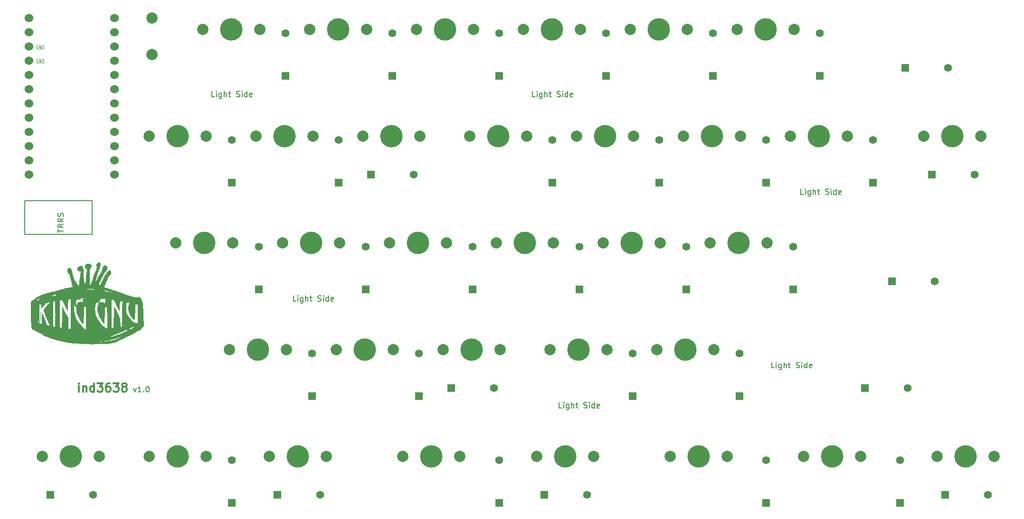
<source format=gto>
G04 #@! TF.GenerationSoftware,KiCad,Pcbnew,7.0.7*
G04 #@! TF.CreationDate,2023-09-30T18:17:31+09:00*
G04 #@! TF.ProjectId,ind-assemble_R,696e642d-6173-4736-956d-626c655f522e,rev?*
G04 #@! TF.SameCoordinates,Original*
G04 #@! TF.FileFunction,Legend,Top*
G04 #@! TF.FilePolarity,Positive*
%FSLAX46Y46*%
G04 Gerber Fmt 4.6, Leading zero omitted, Abs format (unit mm)*
G04 Created by KiCad (PCBNEW 7.0.7) date 2023-09-30 18:17:31*
%MOMM*%
%LPD*%
G01*
G04 APERTURE LIST*
%ADD10C,0.300000*%
%ADD11C,0.170000*%
%ADD12C,0.150000*%
%ADD13C,0.125000*%
%ADD14R,1.397000X1.397000*%
%ADD15C,1.397000*%
%ADD16C,2.000000*%
%ADD17C,4.000000*%
%ADD18C,1.524000*%
G04 APERTURE END LIST*
D10*
X44179510Y-105425828D02*
X44179510Y-104425828D01*
X44179510Y-103925828D02*
X44108082Y-103997257D01*
X44108082Y-103997257D02*
X44179510Y-104068685D01*
X44179510Y-104068685D02*
X44250939Y-103997257D01*
X44250939Y-103997257D02*
X44179510Y-103925828D01*
X44179510Y-103925828D02*
X44179510Y-104068685D01*
X44893796Y-104425828D02*
X44893796Y-105425828D01*
X44893796Y-104568685D02*
X44965225Y-104497257D01*
X44965225Y-104497257D02*
X45108082Y-104425828D01*
X45108082Y-104425828D02*
X45322368Y-104425828D01*
X45322368Y-104425828D02*
X45465225Y-104497257D01*
X45465225Y-104497257D02*
X45536654Y-104640114D01*
X45536654Y-104640114D02*
X45536654Y-105425828D01*
X46893797Y-105425828D02*
X46893797Y-103925828D01*
X46893797Y-105354400D02*
X46750939Y-105425828D01*
X46750939Y-105425828D02*
X46465225Y-105425828D01*
X46465225Y-105425828D02*
X46322368Y-105354400D01*
X46322368Y-105354400D02*
X46250939Y-105282971D01*
X46250939Y-105282971D02*
X46179511Y-105140114D01*
X46179511Y-105140114D02*
X46179511Y-104711542D01*
X46179511Y-104711542D02*
X46250939Y-104568685D01*
X46250939Y-104568685D02*
X46322368Y-104497257D01*
X46322368Y-104497257D02*
X46465225Y-104425828D01*
X46465225Y-104425828D02*
X46750939Y-104425828D01*
X46750939Y-104425828D02*
X46893797Y-104497257D01*
X47465225Y-103925828D02*
X48393797Y-103925828D01*
X48393797Y-103925828D02*
X47893797Y-104497257D01*
X47893797Y-104497257D02*
X48108082Y-104497257D01*
X48108082Y-104497257D02*
X48250940Y-104568685D01*
X48250940Y-104568685D02*
X48322368Y-104640114D01*
X48322368Y-104640114D02*
X48393797Y-104782971D01*
X48393797Y-104782971D02*
X48393797Y-105140114D01*
X48393797Y-105140114D02*
X48322368Y-105282971D01*
X48322368Y-105282971D02*
X48250940Y-105354400D01*
X48250940Y-105354400D02*
X48108082Y-105425828D01*
X48108082Y-105425828D02*
X47679511Y-105425828D01*
X47679511Y-105425828D02*
X47536654Y-105354400D01*
X47536654Y-105354400D02*
X47465225Y-105282971D01*
X49679511Y-103925828D02*
X49393796Y-103925828D01*
X49393796Y-103925828D02*
X49250939Y-103997257D01*
X49250939Y-103997257D02*
X49179511Y-104068685D01*
X49179511Y-104068685D02*
X49036653Y-104282971D01*
X49036653Y-104282971D02*
X48965225Y-104568685D01*
X48965225Y-104568685D02*
X48965225Y-105140114D01*
X48965225Y-105140114D02*
X49036653Y-105282971D01*
X49036653Y-105282971D02*
X49108082Y-105354400D01*
X49108082Y-105354400D02*
X49250939Y-105425828D01*
X49250939Y-105425828D02*
X49536653Y-105425828D01*
X49536653Y-105425828D02*
X49679511Y-105354400D01*
X49679511Y-105354400D02*
X49750939Y-105282971D01*
X49750939Y-105282971D02*
X49822368Y-105140114D01*
X49822368Y-105140114D02*
X49822368Y-104782971D01*
X49822368Y-104782971D02*
X49750939Y-104640114D01*
X49750939Y-104640114D02*
X49679511Y-104568685D01*
X49679511Y-104568685D02*
X49536653Y-104497257D01*
X49536653Y-104497257D02*
X49250939Y-104497257D01*
X49250939Y-104497257D02*
X49108082Y-104568685D01*
X49108082Y-104568685D02*
X49036653Y-104640114D01*
X49036653Y-104640114D02*
X48965225Y-104782971D01*
X50322367Y-103925828D02*
X51250939Y-103925828D01*
X51250939Y-103925828D02*
X50750939Y-104497257D01*
X50750939Y-104497257D02*
X50965224Y-104497257D01*
X50965224Y-104497257D02*
X51108082Y-104568685D01*
X51108082Y-104568685D02*
X51179510Y-104640114D01*
X51179510Y-104640114D02*
X51250939Y-104782971D01*
X51250939Y-104782971D02*
X51250939Y-105140114D01*
X51250939Y-105140114D02*
X51179510Y-105282971D01*
X51179510Y-105282971D02*
X51108082Y-105354400D01*
X51108082Y-105354400D02*
X50965224Y-105425828D01*
X50965224Y-105425828D02*
X50536653Y-105425828D01*
X50536653Y-105425828D02*
X50393796Y-105354400D01*
X50393796Y-105354400D02*
X50322367Y-105282971D01*
X52108081Y-104568685D02*
X51965224Y-104497257D01*
X51965224Y-104497257D02*
X51893795Y-104425828D01*
X51893795Y-104425828D02*
X51822367Y-104282971D01*
X51822367Y-104282971D02*
X51822367Y-104211542D01*
X51822367Y-104211542D02*
X51893795Y-104068685D01*
X51893795Y-104068685D02*
X51965224Y-103997257D01*
X51965224Y-103997257D02*
X52108081Y-103925828D01*
X52108081Y-103925828D02*
X52393795Y-103925828D01*
X52393795Y-103925828D02*
X52536653Y-103997257D01*
X52536653Y-103997257D02*
X52608081Y-104068685D01*
X52608081Y-104068685D02*
X52679510Y-104211542D01*
X52679510Y-104211542D02*
X52679510Y-104282971D01*
X52679510Y-104282971D02*
X52608081Y-104425828D01*
X52608081Y-104425828D02*
X52536653Y-104497257D01*
X52536653Y-104497257D02*
X52393795Y-104568685D01*
X52393795Y-104568685D02*
X52108081Y-104568685D01*
X52108081Y-104568685D02*
X51965224Y-104640114D01*
X51965224Y-104640114D02*
X51893795Y-104711542D01*
X51893795Y-104711542D02*
X51822367Y-104854400D01*
X51822367Y-104854400D02*
X51822367Y-105140114D01*
X51822367Y-105140114D02*
X51893795Y-105282971D01*
X51893795Y-105282971D02*
X51965224Y-105354400D01*
X51965224Y-105354400D02*
X52108081Y-105425828D01*
X52108081Y-105425828D02*
X52393795Y-105425828D01*
X52393795Y-105425828D02*
X52536653Y-105354400D01*
X52536653Y-105354400D02*
X52608081Y-105282971D01*
X52608081Y-105282971D02*
X52679510Y-105140114D01*
X52679510Y-105140114D02*
X52679510Y-104854400D01*
X52679510Y-104854400D02*
X52608081Y-104711542D01*
X52608081Y-104711542D02*
X52536653Y-104640114D01*
X52536653Y-104640114D02*
X52393795Y-104568685D01*
D11*
X53879699Y-104827112D02*
X54117794Y-105493779D01*
X54117794Y-105493779D02*
X54355889Y-104827112D01*
X55260651Y-105493779D02*
X54689223Y-105493779D01*
X54974937Y-105493779D02*
X54974937Y-104493779D01*
X54974937Y-104493779D02*
X54879699Y-104636636D01*
X54879699Y-104636636D02*
X54784461Y-104731874D01*
X54784461Y-104731874D02*
X54689223Y-104779493D01*
X55689223Y-105398540D02*
X55736842Y-105446160D01*
X55736842Y-105446160D02*
X55689223Y-105493779D01*
X55689223Y-105493779D02*
X55641604Y-105446160D01*
X55641604Y-105446160D02*
X55689223Y-105398540D01*
X55689223Y-105398540D02*
X55689223Y-105493779D01*
X56355889Y-104493779D02*
X56451127Y-104493779D01*
X56451127Y-104493779D02*
X56546365Y-104541398D01*
X56546365Y-104541398D02*
X56593984Y-104589017D01*
X56593984Y-104589017D02*
X56641603Y-104684255D01*
X56641603Y-104684255D02*
X56689222Y-104874731D01*
X56689222Y-104874731D02*
X56689222Y-105112826D01*
X56689222Y-105112826D02*
X56641603Y-105303302D01*
X56641603Y-105303302D02*
X56593984Y-105398540D01*
X56593984Y-105398540D02*
X56546365Y-105446160D01*
X56546365Y-105446160D02*
X56451127Y-105493779D01*
X56451127Y-105493779D02*
X56355889Y-105493779D01*
X56355889Y-105493779D02*
X56260651Y-105446160D01*
X56260651Y-105446160D02*
X56213032Y-105398540D01*
X56213032Y-105398540D02*
X56165413Y-105303302D01*
X56165413Y-105303302D02*
X56117794Y-105112826D01*
X56117794Y-105112826D02*
X56117794Y-104874731D01*
X56117794Y-104874731D02*
X56165413Y-104684255D01*
X56165413Y-104684255D02*
X56213032Y-104589017D01*
X56213032Y-104589017D02*
X56260651Y-104541398D01*
X56260651Y-104541398D02*
X56355889Y-104493779D01*
D12*
X173336011Y-70229819D02*
X172859821Y-70229819D01*
X172859821Y-70229819D02*
X172859821Y-69229819D01*
X173669345Y-70229819D02*
X173669345Y-69563152D01*
X173669345Y-69229819D02*
X173621726Y-69277438D01*
X173621726Y-69277438D02*
X173669345Y-69325057D01*
X173669345Y-69325057D02*
X173716964Y-69277438D01*
X173716964Y-69277438D02*
X173669345Y-69229819D01*
X173669345Y-69229819D02*
X173669345Y-69325057D01*
X174574106Y-69563152D02*
X174574106Y-70372676D01*
X174574106Y-70372676D02*
X174526487Y-70467914D01*
X174526487Y-70467914D02*
X174478868Y-70515533D01*
X174478868Y-70515533D02*
X174383630Y-70563152D01*
X174383630Y-70563152D02*
X174240773Y-70563152D01*
X174240773Y-70563152D02*
X174145535Y-70515533D01*
X174574106Y-70182200D02*
X174478868Y-70229819D01*
X174478868Y-70229819D02*
X174288392Y-70229819D01*
X174288392Y-70229819D02*
X174193154Y-70182200D01*
X174193154Y-70182200D02*
X174145535Y-70134580D01*
X174145535Y-70134580D02*
X174097916Y-70039342D01*
X174097916Y-70039342D02*
X174097916Y-69753628D01*
X174097916Y-69753628D02*
X174145535Y-69658390D01*
X174145535Y-69658390D02*
X174193154Y-69610771D01*
X174193154Y-69610771D02*
X174288392Y-69563152D01*
X174288392Y-69563152D02*
X174478868Y-69563152D01*
X174478868Y-69563152D02*
X174574106Y-69610771D01*
X175050297Y-70229819D02*
X175050297Y-69229819D01*
X175478868Y-70229819D02*
X175478868Y-69706009D01*
X175478868Y-69706009D02*
X175431249Y-69610771D01*
X175431249Y-69610771D02*
X175336011Y-69563152D01*
X175336011Y-69563152D02*
X175193154Y-69563152D01*
X175193154Y-69563152D02*
X175097916Y-69610771D01*
X175097916Y-69610771D02*
X175050297Y-69658390D01*
X175812202Y-69563152D02*
X176193154Y-69563152D01*
X175955059Y-69229819D02*
X175955059Y-70086961D01*
X175955059Y-70086961D02*
X176002678Y-70182200D01*
X176002678Y-70182200D02*
X176097916Y-70229819D01*
X176097916Y-70229819D02*
X176193154Y-70229819D01*
X177240774Y-70182200D02*
X177383631Y-70229819D01*
X177383631Y-70229819D02*
X177621726Y-70229819D01*
X177621726Y-70229819D02*
X177716964Y-70182200D01*
X177716964Y-70182200D02*
X177764583Y-70134580D01*
X177764583Y-70134580D02*
X177812202Y-70039342D01*
X177812202Y-70039342D02*
X177812202Y-69944104D01*
X177812202Y-69944104D02*
X177764583Y-69848866D01*
X177764583Y-69848866D02*
X177716964Y-69801247D01*
X177716964Y-69801247D02*
X177621726Y-69753628D01*
X177621726Y-69753628D02*
X177431250Y-69706009D01*
X177431250Y-69706009D02*
X177336012Y-69658390D01*
X177336012Y-69658390D02*
X177288393Y-69610771D01*
X177288393Y-69610771D02*
X177240774Y-69515533D01*
X177240774Y-69515533D02*
X177240774Y-69420295D01*
X177240774Y-69420295D02*
X177288393Y-69325057D01*
X177288393Y-69325057D02*
X177336012Y-69277438D01*
X177336012Y-69277438D02*
X177431250Y-69229819D01*
X177431250Y-69229819D02*
X177669345Y-69229819D01*
X177669345Y-69229819D02*
X177812202Y-69277438D01*
X178240774Y-70229819D02*
X178240774Y-69563152D01*
X178240774Y-69229819D02*
X178193155Y-69277438D01*
X178193155Y-69277438D02*
X178240774Y-69325057D01*
X178240774Y-69325057D02*
X178288393Y-69277438D01*
X178288393Y-69277438D02*
X178240774Y-69229819D01*
X178240774Y-69229819D02*
X178240774Y-69325057D01*
X179145535Y-70229819D02*
X179145535Y-69229819D01*
X179145535Y-70182200D02*
X179050297Y-70229819D01*
X179050297Y-70229819D02*
X178859821Y-70229819D01*
X178859821Y-70229819D02*
X178764583Y-70182200D01*
X178764583Y-70182200D02*
X178716964Y-70134580D01*
X178716964Y-70134580D02*
X178669345Y-70039342D01*
X178669345Y-70039342D02*
X178669345Y-69753628D01*
X178669345Y-69753628D02*
X178716964Y-69658390D01*
X178716964Y-69658390D02*
X178764583Y-69610771D01*
X178764583Y-69610771D02*
X178859821Y-69563152D01*
X178859821Y-69563152D02*
X179050297Y-69563152D01*
X179050297Y-69563152D02*
X179145535Y-69610771D01*
X180002678Y-70182200D02*
X179907440Y-70229819D01*
X179907440Y-70229819D02*
X179716964Y-70229819D01*
X179716964Y-70229819D02*
X179621726Y-70182200D01*
X179621726Y-70182200D02*
X179574107Y-70086961D01*
X179574107Y-70086961D02*
X179574107Y-69706009D01*
X179574107Y-69706009D02*
X179621726Y-69610771D01*
X179621726Y-69610771D02*
X179716964Y-69563152D01*
X179716964Y-69563152D02*
X179907440Y-69563152D01*
X179907440Y-69563152D02*
X180002678Y-69610771D01*
X180002678Y-69610771D02*
X180050297Y-69706009D01*
X180050297Y-69706009D02*
X180050297Y-69801247D01*
X180050297Y-69801247D02*
X179574107Y-69896485D01*
D13*
X36864047Y-43599178D02*
X36816428Y-43563464D01*
X36816428Y-43563464D02*
X36744999Y-43563464D01*
X36744999Y-43563464D02*
X36673571Y-43599178D01*
X36673571Y-43599178D02*
X36625952Y-43670607D01*
X36625952Y-43670607D02*
X36602142Y-43742035D01*
X36602142Y-43742035D02*
X36578333Y-43884892D01*
X36578333Y-43884892D02*
X36578333Y-43992035D01*
X36578333Y-43992035D02*
X36602142Y-44134892D01*
X36602142Y-44134892D02*
X36625952Y-44206321D01*
X36625952Y-44206321D02*
X36673571Y-44277750D01*
X36673571Y-44277750D02*
X36744999Y-44313464D01*
X36744999Y-44313464D02*
X36792618Y-44313464D01*
X36792618Y-44313464D02*
X36864047Y-44277750D01*
X36864047Y-44277750D02*
X36887856Y-44242035D01*
X36887856Y-44242035D02*
X36887856Y-43992035D01*
X36887856Y-43992035D02*
X36792618Y-43992035D01*
X37102142Y-44313464D02*
X37102142Y-43563464D01*
X37102142Y-43563464D02*
X37387856Y-44313464D01*
X37387856Y-44313464D02*
X37387856Y-43563464D01*
X37625952Y-44313464D02*
X37625952Y-43563464D01*
X37625952Y-43563464D02*
X37745000Y-43563464D01*
X37745000Y-43563464D02*
X37816428Y-43599178D01*
X37816428Y-43599178D02*
X37864047Y-43670607D01*
X37864047Y-43670607D02*
X37887857Y-43742035D01*
X37887857Y-43742035D02*
X37911666Y-43884892D01*
X37911666Y-43884892D02*
X37911666Y-43992035D01*
X37911666Y-43992035D02*
X37887857Y-44134892D01*
X37887857Y-44134892D02*
X37864047Y-44206321D01*
X37864047Y-44206321D02*
X37816428Y-44277750D01*
X37816428Y-44277750D02*
X37745000Y-44313464D01*
X37745000Y-44313464D02*
X37625952Y-44313464D01*
X36864047Y-46074678D02*
X36816428Y-46038964D01*
X36816428Y-46038964D02*
X36744999Y-46038964D01*
X36744999Y-46038964D02*
X36673571Y-46074678D01*
X36673571Y-46074678D02*
X36625952Y-46146107D01*
X36625952Y-46146107D02*
X36602142Y-46217535D01*
X36602142Y-46217535D02*
X36578333Y-46360392D01*
X36578333Y-46360392D02*
X36578333Y-46467535D01*
X36578333Y-46467535D02*
X36602142Y-46610392D01*
X36602142Y-46610392D02*
X36625952Y-46681821D01*
X36625952Y-46681821D02*
X36673571Y-46753250D01*
X36673571Y-46753250D02*
X36744999Y-46788964D01*
X36744999Y-46788964D02*
X36792618Y-46788964D01*
X36792618Y-46788964D02*
X36864047Y-46753250D01*
X36864047Y-46753250D02*
X36887856Y-46717535D01*
X36887856Y-46717535D02*
X36887856Y-46467535D01*
X36887856Y-46467535D02*
X36792618Y-46467535D01*
X37102142Y-46788964D02*
X37102142Y-46038964D01*
X37102142Y-46038964D02*
X37387856Y-46788964D01*
X37387856Y-46788964D02*
X37387856Y-46038964D01*
X37625952Y-46788964D02*
X37625952Y-46038964D01*
X37625952Y-46038964D02*
X37745000Y-46038964D01*
X37745000Y-46038964D02*
X37816428Y-46074678D01*
X37816428Y-46074678D02*
X37864047Y-46146107D01*
X37864047Y-46146107D02*
X37887857Y-46217535D01*
X37887857Y-46217535D02*
X37911666Y-46360392D01*
X37911666Y-46360392D02*
X37911666Y-46467535D01*
X37911666Y-46467535D02*
X37887857Y-46610392D01*
X37887857Y-46610392D02*
X37864047Y-46681821D01*
X37864047Y-46681821D02*
X37816428Y-46753250D01*
X37816428Y-46753250D02*
X37745000Y-46788964D01*
X37745000Y-46788964D02*
X37625952Y-46788964D01*
D12*
X130254761Y-108329819D02*
X129778571Y-108329819D01*
X129778571Y-108329819D02*
X129778571Y-107329819D01*
X130588095Y-108329819D02*
X130588095Y-107663152D01*
X130588095Y-107329819D02*
X130540476Y-107377438D01*
X130540476Y-107377438D02*
X130588095Y-107425057D01*
X130588095Y-107425057D02*
X130635714Y-107377438D01*
X130635714Y-107377438D02*
X130588095Y-107329819D01*
X130588095Y-107329819D02*
X130588095Y-107425057D01*
X131492856Y-107663152D02*
X131492856Y-108472676D01*
X131492856Y-108472676D02*
X131445237Y-108567914D01*
X131445237Y-108567914D02*
X131397618Y-108615533D01*
X131397618Y-108615533D02*
X131302380Y-108663152D01*
X131302380Y-108663152D02*
X131159523Y-108663152D01*
X131159523Y-108663152D02*
X131064285Y-108615533D01*
X131492856Y-108282200D02*
X131397618Y-108329819D01*
X131397618Y-108329819D02*
X131207142Y-108329819D01*
X131207142Y-108329819D02*
X131111904Y-108282200D01*
X131111904Y-108282200D02*
X131064285Y-108234580D01*
X131064285Y-108234580D02*
X131016666Y-108139342D01*
X131016666Y-108139342D02*
X131016666Y-107853628D01*
X131016666Y-107853628D02*
X131064285Y-107758390D01*
X131064285Y-107758390D02*
X131111904Y-107710771D01*
X131111904Y-107710771D02*
X131207142Y-107663152D01*
X131207142Y-107663152D02*
X131397618Y-107663152D01*
X131397618Y-107663152D02*
X131492856Y-107710771D01*
X131969047Y-108329819D02*
X131969047Y-107329819D01*
X132397618Y-108329819D02*
X132397618Y-107806009D01*
X132397618Y-107806009D02*
X132349999Y-107710771D01*
X132349999Y-107710771D02*
X132254761Y-107663152D01*
X132254761Y-107663152D02*
X132111904Y-107663152D01*
X132111904Y-107663152D02*
X132016666Y-107710771D01*
X132016666Y-107710771D02*
X131969047Y-107758390D01*
X132730952Y-107663152D02*
X133111904Y-107663152D01*
X132873809Y-107329819D02*
X132873809Y-108186961D01*
X132873809Y-108186961D02*
X132921428Y-108282200D01*
X132921428Y-108282200D02*
X133016666Y-108329819D01*
X133016666Y-108329819D02*
X133111904Y-108329819D01*
X134159524Y-108282200D02*
X134302381Y-108329819D01*
X134302381Y-108329819D02*
X134540476Y-108329819D01*
X134540476Y-108329819D02*
X134635714Y-108282200D01*
X134635714Y-108282200D02*
X134683333Y-108234580D01*
X134683333Y-108234580D02*
X134730952Y-108139342D01*
X134730952Y-108139342D02*
X134730952Y-108044104D01*
X134730952Y-108044104D02*
X134683333Y-107948866D01*
X134683333Y-107948866D02*
X134635714Y-107901247D01*
X134635714Y-107901247D02*
X134540476Y-107853628D01*
X134540476Y-107853628D02*
X134350000Y-107806009D01*
X134350000Y-107806009D02*
X134254762Y-107758390D01*
X134254762Y-107758390D02*
X134207143Y-107710771D01*
X134207143Y-107710771D02*
X134159524Y-107615533D01*
X134159524Y-107615533D02*
X134159524Y-107520295D01*
X134159524Y-107520295D02*
X134207143Y-107425057D01*
X134207143Y-107425057D02*
X134254762Y-107377438D01*
X134254762Y-107377438D02*
X134350000Y-107329819D01*
X134350000Y-107329819D02*
X134588095Y-107329819D01*
X134588095Y-107329819D02*
X134730952Y-107377438D01*
X135159524Y-108329819D02*
X135159524Y-107663152D01*
X135159524Y-107329819D02*
X135111905Y-107377438D01*
X135111905Y-107377438D02*
X135159524Y-107425057D01*
X135159524Y-107425057D02*
X135207143Y-107377438D01*
X135207143Y-107377438D02*
X135159524Y-107329819D01*
X135159524Y-107329819D02*
X135159524Y-107425057D01*
X136064285Y-108329819D02*
X136064285Y-107329819D01*
X136064285Y-108282200D02*
X135969047Y-108329819D01*
X135969047Y-108329819D02*
X135778571Y-108329819D01*
X135778571Y-108329819D02*
X135683333Y-108282200D01*
X135683333Y-108282200D02*
X135635714Y-108234580D01*
X135635714Y-108234580D02*
X135588095Y-108139342D01*
X135588095Y-108139342D02*
X135588095Y-107853628D01*
X135588095Y-107853628D02*
X135635714Y-107758390D01*
X135635714Y-107758390D02*
X135683333Y-107710771D01*
X135683333Y-107710771D02*
X135778571Y-107663152D01*
X135778571Y-107663152D02*
X135969047Y-107663152D01*
X135969047Y-107663152D02*
X136064285Y-107710771D01*
X136921428Y-108282200D02*
X136826190Y-108329819D01*
X136826190Y-108329819D02*
X136635714Y-108329819D01*
X136635714Y-108329819D02*
X136540476Y-108282200D01*
X136540476Y-108282200D02*
X136492857Y-108186961D01*
X136492857Y-108186961D02*
X136492857Y-107806009D01*
X136492857Y-107806009D02*
X136540476Y-107710771D01*
X136540476Y-107710771D02*
X136635714Y-107663152D01*
X136635714Y-107663152D02*
X136826190Y-107663152D01*
X136826190Y-107663152D02*
X136921428Y-107710771D01*
X136921428Y-107710771D02*
X136969047Y-107806009D01*
X136969047Y-107806009D02*
X136969047Y-107901247D01*
X136969047Y-107901247D02*
X136492857Y-107996485D01*
D10*
X44303572Y-88874757D02*
X44160715Y-88803328D01*
X44160715Y-88803328D02*
X43946429Y-88803328D01*
X43946429Y-88803328D02*
X43732143Y-88874757D01*
X43732143Y-88874757D02*
X43589286Y-89017614D01*
X43589286Y-89017614D02*
X43517857Y-89160471D01*
X43517857Y-89160471D02*
X43446429Y-89446185D01*
X43446429Y-89446185D02*
X43446429Y-89660471D01*
X43446429Y-89660471D02*
X43517857Y-89946185D01*
X43517857Y-89946185D02*
X43589286Y-90089042D01*
X43589286Y-90089042D02*
X43732143Y-90231900D01*
X43732143Y-90231900D02*
X43946429Y-90303328D01*
X43946429Y-90303328D02*
X44089286Y-90303328D01*
X44089286Y-90303328D02*
X44303572Y-90231900D01*
X44303572Y-90231900D02*
X44375000Y-90160471D01*
X44375000Y-90160471D02*
X44375000Y-89660471D01*
X44375000Y-89660471D02*
X44089286Y-89660471D01*
X45232143Y-88803328D02*
X45232143Y-89160471D01*
X44875000Y-89017614D02*
X45232143Y-89160471D01*
X45232143Y-89160471D02*
X45589286Y-89017614D01*
X45017857Y-89446185D02*
X45232143Y-89160471D01*
X45232143Y-89160471D02*
X45446429Y-89446185D01*
X46375000Y-88803328D02*
X46375000Y-89160471D01*
X46017857Y-89017614D02*
X46375000Y-89160471D01*
X46375000Y-89160471D02*
X46732143Y-89017614D01*
X46160714Y-89446185D02*
X46375000Y-89160471D01*
X46375000Y-89160471D02*
X46589286Y-89446185D01*
X47517857Y-88803328D02*
X47517857Y-89160471D01*
X47160714Y-89017614D02*
X47517857Y-89160471D01*
X47517857Y-89160471D02*
X47875000Y-89017614D01*
X47303571Y-89446185D02*
X47517857Y-89160471D01*
X47517857Y-89160471D02*
X47732143Y-89446185D01*
D12*
X125492261Y-52811069D02*
X125016071Y-52811069D01*
X125016071Y-52811069D02*
X125016071Y-51811069D01*
X125825595Y-52811069D02*
X125825595Y-52144402D01*
X125825595Y-51811069D02*
X125777976Y-51858688D01*
X125777976Y-51858688D02*
X125825595Y-51906307D01*
X125825595Y-51906307D02*
X125873214Y-51858688D01*
X125873214Y-51858688D02*
X125825595Y-51811069D01*
X125825595Y-51811069D02*
X125825595Y-51906307D01*
X126730356Y-52144402D02*
X126730356Y-52953926D01*
X126730356Y-52953926D02*
X126682737Y-53049164D01*
X126682737Y-53049164D02*
X126635118Y-53096783D01*
X126635118Y-53096783D02*
X126539880Y-53144402D01*
X126539880Y-53144402D02*
X126397023Y-53144402D01*
X126397023Y-53144402D02*
X126301785Y-53096783D01*
X126730356Y-52763450D02*
X126635118Y-52811069D01*
X126635118Y-52811069D02*
X126444642Y-52811069D01*
X126444642Y-52811069D02*
X126349404Y-52763450D01*
X126349404Y-52763450D02*
X126301785Y-52715830D01*
X126301785Y-52715830D02*
X126254166Y-52620592D01*
X126254166Y-52620592D02*
X126254166Y-52334878D01*
X126254166Y-52334878D02*
X126301785Y-52239640D01*
X126301785Y-52239640D02*
X126349404Y-52192021D01*
X126349404Y-52192021D02*
X126444642Y-52144402D01*
X126444642Y-52144402D02*
X126635118Y-52144402D01*
X126635118Y-52144402D02*
X126730356Y-52192021D01*
X127206547Y-52811069D02*
X127206547Y-51811069D01*
X127635118Y-52811069D02*
X127635118Y-52287259D01*
X127635118Y-52287259D02*
X127587499Y-52192021D01*
X127587499Y-52192021D02*
X127492261Y-52144402D01*
X127492261Y-52144402D02*
X127349404Y-52144402D01*
X127349404Y-52144402D02*
X127254166Y-52192021D01*
X127254166Y-52192021D02*
X127206547Y-52239640D01*
X127968452Y-52144402D02*
X128349404Y-52144402D01*
X128111309Y-51811069D02*
X128111309Y-52668211D01*
X128111309Y-52668211D02*
X128158928Y-52763450D01*
X128158928Y-52763450D02*
X128254166Y-52811069D01*
X128254166Y-52811069D02*
X128349404Y-52811069D01*
X129397024Y-52763450D02*
X129539881Y-52811069D01*
X129539881Y-52811069D02*
X129777976Y-52811069D01*
X129777976Y-52811069D02*
X129873214Y-52763450D01*
X129873214Y-52763450D02*
X129920833Y-52715830D01*
X129920833Y-52715830D02*
X129968452Y-52620592D01*
X129968452Y-52620592D02*
X129968452Y-52525354D01*
X129968452Y-52525354D02*
X129920833Y-52430116D01*
X129920833Y-52430116D02*
X129873214Y-52382497D01*
X129873214Y-52382497D02*
X129777976Y-52334878D01*
X129777976Y-52334878D02*
X129587500Y-52287259D01*
X129587500Y-52287259D02*
X129492262Y-52239640D01*
X129492262Y-52239640D02*
X129444643Y-52192021D01*
X129444643Y-52192021D02*
X129397024Y-52096783D01*
X129397024Y-52096783D02*
X129397024Y-52001545D01*
X129397024Y-52001545D02*
X129444643Y-51906307D01*
X129444643Y-51906307D02*
X129492262Y-51858688D01*
X129492262Y-51858688D02*
X129587500Y-51811069D01*
X129587500Y-51811069D02*
X129825595Y-51811069D01*
X129825595Y-51811069D02*
X129968452Y-51858688D01*
X130397024Y-52811069D02*
X130397024Y-52144402D01*
X130397024Y-51811069D02*
X130349405Y-51858688D01*
X130349405Y-51858688D02*
X130397024Y-51906307D01*
X130397024Y-51906307D02*
X130444643Y-51858688D01*
X130444643Y-51858688D02*
X130397024Y-51811069D01*
X130397024Y-51811069D02*
X130397024Y-51906307D01*
X131301785Y-52811069D02*
X131301785Y-51811069D01*
X131301785Y-52763450D02*
X131206547Y-52811069D01*
X131206547Y-52811069D02*
X131016071Y-52811069D01*
X131016071Y-52811069D02*
X130920833Y-52763450D01*
X130920833Y-52763450D02*
X130873214Y-52715830D01*
X130873214Y-52715830D02*
X130825595Y-52620592D01*
X130825595Y-52620592D02*
X130825595Y-52334878D01*
X130825595Y-52334878D02*
X130873214Y-52239640D01*
X130873214Y-52239640D02*
X130920833Y-52192021D01*
X130920833Y-52192021D02*
X131016071Y-52144402D01*
X131016071Y-52144402D02*
X131206547Y-52144402D01*
X131206547Y-52144402D02*
X131301785Y-52192021D01*
X132158928Y-52763450D02*
X132063690Y-52811069D01*
X132063690Y-52811069D02*
X131873214Y-52811069D01*
X131873214Y-52811069D02*
X131777976Y-52763450D01*
X131777976Y-52763450D02*
X131730357Y-52668211D01*
X131730357Y-52668211D02*
X131730357Y-52287259D01*
X131730357Y-52287259D02*
X131777976Y-52192021D01*
X131777976Y-52192021D02*
X131873214Y-52144402D01*
X131873214Y-52144402D02*
X132063690Y-52144402D01*
X132063690Y-52144402D02*
X132158928Y-52192021D01*
X132158928Y-52192021D02*
X132206547Y-52287259D01*
X132206547Y-52287259D02*
X132206547Y-52382497D01*
X132206547Y-52382497D02*
X131730357Y-52477735D01*
X168136011Y-101186069D02*
X167659821Y-101186069D01*
X167659821Y-101186069D02*
X167659821Y-100186069D01*
X168469345Y-101186069D02*
X168469345Y-100519402D01*
X168469345Y-100186069D02*
X168421726Y-100233688D01*
X168421726Y-100233688D02*
X168469345Y-100281307D01*
X168469345Y-100281307D02*
X168516964Y-100233688D01*
X168516964Y-100233688D02*
X168469345Y-100186069D01*
X168469345Y-100186069D02*
X168469345Y-100281307D01*
X169374106Y-100519402D02*
X169374106Y-101328926D01*
X169374106Y-101328926D02*
X169326487Y-101424164D01*
X169326487Y-101424164D02*
X169278868Y-101471783D01*
X169278868Y-101471783D02*
X169183630Y-101519402D01*
X169183630Y-101519402D02*
X169040773Y-101519402D01*
X169040773Y-101519402D02*
X168945535Y-101471783D01*
X169374106Y-101138450D02*
X169278868Y-101186069D01*
X169278868Y-101186069D02*
X169088392Y-101186069D01*
X169088392Y-101186069D02*
X168993154Y-101138450D01*
X168993154Y-101138450D02*
X168945535Y-101090830D01*
X168945535Y-101090830D02*
X168897916Y-100995592D01*
X168897916Y-100995592D02*
X168897916Y-100709878D01*
X168897916Y-100709878D02*
X168945535Y-100614640D01*
X168945535Y-100614640D02*
X168993154Y-100567021D01*
X168993154Y-100567021D02*
X169088392Y-100519402D01*
X169088392Y-100519402D02*
X169278868Y-100519402D01*
X169278868Y-100519402D02*
X169374106Y-100567021D01*
X169850297Y-101186069D02*
X169850297Y-100186069D01*
X170278868Y-101186069D02*
X170278868Y-100662259D01*
X170278868Y-100662259D02*
X170231249Y-100567021D01*
X170231249Y-100567021D02*
X170136011Y-100519402D01*
X170136011Y-100519402D02*
X169993154Y-100519402D01*
X169993154Y-100519402D02*
X169897916Y-100567021D01*
X169897916Y-100567021D02*
X169850297Y-100614640D01*
X170612202Y-100519402D02*
X170993154Y-100519402D01*
X170755059Y-100186069D02*
X170755059Y-101043211D01*
X170755059Y-101043211D02*
X170802678Y-101138450D01*
X170802678Y-101138450D02*
X170897916Y-101186069D01*
X170897916Y-101186069D02*
X170993154Y-101186069D01*
X172040774Y-101138450D02*
X172183631Y-101186069D01*
X172183631Y-101186069D02*
X172421726Y-101186069D01*
X172421726Y-101186069D02*
X172516964Y-101138450D01*
X172516964Y-101138450D02*
X172564583Y-101090830D01*
X172564583Y-101090830D02*
X172612202Y-100995592D01*
X172612202Y-100995592D02*
X172612202Y-100900354D01*
X172612202Y-100900354D02*
X172564583Y-100805116D01*
X172564583Y-100805116D02*
X172516964Y-100757497D01*
X172516964Y-100757497D02*
X172421726Y-100709878D01*
X172421726Y-100709878D02*
X172231250Y-100662259D01*
X172231250Y-100662259D02*
X172136012Y-100614640D01*
X172136012Y-100614640D02*
X172088393Y-100567021D01*
X172088393Y-100567021D02*
X172040774Y-100471783D01*
X172040774Y-100471783D02*
X172040774Y-100376545D01*
X172040774Y-100376545D02*
X172088393Y-100281307D01*
X172088393Y-100281307D02*
X172136012Y-100233688D01*
X172136012Y-100233688D02*
X172231250Y-100186069D01*
X172231250Y-100186069D02*
X172469345Y-100186069D01*
X172469345Y-100186069D02*
X172612202Y-100233688D01*
X173040774Y-101186069D02*
X173040774Y-100519402D01*
X173040774Y-100186069D02*
X172993155Y-100233688D01*
X172993155Y-100233688D02*
X173040774Y-100281307D01*
X173040774Y-100281307D02*
X173088393Y-100233688D01*
X173088393Y-100233688D02*
X173040774Y-100186069D01*
X173040774Y-100186069D02*
X173040774Y-100281307D01*
X173945535Y-101186069D02*
X173945535Y-100186069D01*
X173945535Y-101138450D02*
X173850297Y-101186069D01*
X173850297Y-101186069D02*
X173659821Y-101186069D01*
X173659821Y-101186069D02*
X173564583Y-101138450D01*
X173564583Y-101138450D02*
X173516964Y-101090830D01*
X173516964Y-101090830D02*
X173469345Y-100995592D01*
X173469345Y-100995592D02*
X173469345Y-100709878D01*
X173469345Y-100709878D02*
X173516964Y-100614640D01*
X173516964Y-100614640D02*
X173564583Y-100567021D01*
X173564583Y-100567021D02*
X173659821Y-100519402D01*
X173659821Y-100519402D02*
X173850297Y-100519402D01*
X173850297Y-100519402D02*
X173945535Y-100567021D01*
X174802678Y-101138450D02*
X174707440Y-101186069D01*
X174707440Y-101186069D02*
X174516964Y-101186069D01*
X174516964Y-101186069D02*
X174421726Y-101138450D01*
X174421726Y-101138450D02*
X174374107Y-101043211D01*
X174374107Y-101043211D02*
X174374107Y-100662259D01*
X174374107Y-100662259D02*
X174421726Y-100567021D01*
X174421726Y-100567021D02*
X174516964Y-100519402D01*
X174516964Y-100519402D02*
X174707440Y-100519402D01*
X174707440Y-100519402D02*
X174802678Y-100567021D01*
X174802678Y-100567021D02*
X174850297Y-100662259D01*
X174850297Y-100662259D02*
X174850297Y-100757497D01*
X174850297Y-100757497D02*
X174374107Y-100852735D01*
X82848511Y-89279819D02*
X82372321Y-89279819D01*
X82372321Y-89279819D02*
X82372321Y-88279819D01*
X83181845Y-89279819D02*
X83181845Y-88613152D01*
X83181845Y-88279819D02*
X83134226Y-88327438D01*
X83134226Y-88327438D02*
X83181845Y-88375057D01*
X83181845Y-88375057D02*
X83229464Y-88327438D01*
X83229464Y-88327438D02*
X83181845Y-88279819D01*
X83181845Y-88279819D02*
X83181845Y-88375057D01*
X84086606Y-88613152D02*
X84086606Y-89422676D01*
X84086606Y-89422676D02*
X84038987Y-89517914D01*
X84038987Y-89517914D02*
X83991368Y-89565533D01*
X83991368Y-89565533D02*
X83896130Y-89613152D01*
X83896130Y-89613152D02*
X83753273Y-89613152D01*
X83753273Y-89613152D02*
X83658035Y-89565533D01*
X84086606Y-89232200D02*
X83991368Y-89279819D01*
X83991368Y-89279819D02*
X83800892Y-89279819D01*
X83800892Y-89279819D02*
X83705654Y-89232200D01*
X83705654Y-89232200D02*
X83658035Y-89184580D01*
X83658035Y-89184580D02*
X83610416Y-89089342D01*
X83610416Y-89089342D02*
X83610416Y-88803628D01*
X83610416Y-88803628D02*
X83658035Y-88708390D01*
X83658035Y-88708390D02*
X83705654Y-88660771D01*
X83705654Y-88660771D02*
X83800892Y-88613152D01*
X83800892Y-88613152D02*
X83991368Y-88613152D01*
X83991368Y-88613152D02*
X84086606Y-88660771D01*
X84562797Y-89279819D02*
X84562797Y-88279819D01*
X84991368Y-89279819D02*
X84991368Y-88756009D01*
X84991368Y-88756009D02*
X84943749Y-88660771D01*
X84943749Y-88660771D02*
X84848511Y-88613152D01*
X84848511Y-88613152D02*
X84705654Y-88613152D01*
X84705654Y-88613152D02*
X84610416Y-88660771D01*
X84610416Y-88660771D02*
X84562797Y-88708390D01*
X85324702Y-88613152D02*
X85705654Y-88613152D01*
X85467559Y-88279819D02*
X85467559Y-89136961D01*
X85467559Y-89136961D02*
X85515178Y-89232200D01*
X85515178Y-89232200D02*
X85610416Y-89279819D01*
X85610416Y-89279819D02*
X85705654Y-89279819D01*
X86753274Y-89232200D02*
X86896131Y-89279819D01*
X86896131Y-89279819D02*
X87134226Y-89279819D01*
X87134226Y-89279819D02*
X87229464Y-89232200D01*
X87229464Y-89232200D02*
X87277083Y-89184580D01*
X87277083Y-89184580D02*
X87324702Y-89089342D01*
X87324702Y-89089342D02*
X87324702Y-88994104D01*
X87324702Y-88994104D02*
X87277083Y-88898866D01*
X87277083Y-88898866D02*
X87229464Y-88851247D01*
X87229464Y-88851247D02*
X87134226Y-88803628D01*
X87134226Y-88803628D02*
X86943750Y-88756009D01*
X86943750Y-88756009D02*
X86848512Y-88708390D01*
X86848512Y-88708390D02*
X86800893Y-88660771D01*
X86800893Y-88660771D02*
X86753274Y-88565533D01*
X86753274Y-88565533D02*
X86753274Y-88470295D01*
X86753274Y-88470295D02*
X86800893Y-88375057D01*
X86800893Y-88375057D02*
X86848512Y-88327438D01*
X86848512Y-88327438D02*
X86943750Y-88279819D01*
X86943750Y-88279819D02*
X87181845Y-88279819D01*
X87181845Y-88279819D02*
X87324702Y-88327438D01*
X87753274Y-89279819D02*
X87753274Y-88613152D01*
X87753274Y-88279819D02*
X87705655Y-88327438D01*
X87705655Y-88327438D02*
X87753274Y-88375057D01*
X87753274Y-88375057D02*
X87800893Y-88327438D01*
X87800893Y-88327438D02*
X87753274Y-88279819D01*
X87753274Y-88279819D02*
X87753274Y-88375057D01*
X88658035Y-89279819D02*
X88658035Y-88279819D01*
X88658035Y-89232200D02*
X88562797Y-89279819D01*
X88562797Y-89279819D02*
X88372321Y-89279819D01*
X88372321Y-89279819D02*
X88277083Y-89232200D01*
X88277083Y-89232200D02*
X88229464Y-89184580D01*
X88229464Y-89184580D02*
X88181845Y-89089342D01*
X88181845Y-89089342D02*
X88181845Y-88803628D01*
X88181845Y-88803628D02*
X88229464Y-88708390D01*
X88229464Y-88708390D02*
X88277083Y-88660771D01*
X88277083Y-88660771D02*
X88372321Y-88613152D01*
X88372321Y-88613152D02*
X88562797Y-88613152D01*
X88562797Y-88613152D02*
X88658035Y-88660771D01*
X89515178Y-89232200D02*
X89419940Y-89279819D01*
X89419940Y-89279819D02*
X89229464Y-89279819D01*
X89229464Y-89279819D02*
X89134226Y-89232200D01*
X89134226Y-89232200D02*
X89086607Y-89136961D01*
X89086607Y-89136961D02*
X89086607Y-88756009D01*
X89086607Y-88756009D02*
X89134226Y-88660771D01*
X89134226Y-88660771D02*
X89229464Y-88613152D01*
X89229464Y-88613152D02*
X89419940Y-88613152D01*
X89419940Y-88613152D02*
X89515178Y-88660771D01*
X89515178Y-88660771D02*
X89562797Y-88756009D01*
X89562797Y-88756009D02*
X89562797Y-88851247D01*
X89562797Y-88851247D02*
X89086607Y-88946485D01*
X68342261Y-52811069D02*
X67866071Y-52811069D01*
X67866071Y-52811069D02*
X67866071Y-51811069D01*
X68675595Y-52811069D02*
X68675595Y-52144402D01*
X68675595Y-51811069D02*
X68627976Y-51858688D01*
X68627976Y-51858688D02*
X68675595Y-51906307D01*
X68675595Y-51906307D02*
X68723214Y-51858688D01*
X68723214Y-51858688D02*
X68675595Y-51811069D01*
X68675595Y-51811069D02*
X68675595Y-51906307D01*
X69580356Y-52144402D02*
X69580356Y-52953926D01*
X69580356Y-52953926D02*
X69532737Y-53049164D01*
X69532737Y-53049164D02*
X69485118Y-53096783D01*
X69485118Y-53096783D02*
X69389880Y-53144402D01*
X69389880Y-53144402D02*
X69247023Y-53144402D01*
X69247023Y-53144402D02*
X69151785Y-53096783D01*
X69580356Y-52763450D02*
X69485118Y-52811069D01*
X69485118Y-52811069D02*
X69294642Y-52811069D01*
X69294642Y-52811069D02*
X69199404Y-52763450D01*
X69199404Y-52763450D02*
X69151785Y-52715830D01*
X69151785Y-52715830D02*
X69104166Y-52620592D01*
X69104166Y-52620592D02*
X69104166Y-52334878D01*
X69104166Y-52334878D02*
X69151785Y-52239640D01*
X69151785Y-52239640D02*
X69199404Y-52192021D01*
X69199404Y-52192021D02*
X69294642Y-52144402D01*
X69294642Y-52144402D02*
X69485118Y-52144402D01*
X69485118Y-52144402D02*
X69580356Y-52192021D01*
X70056547Y-52811069D02*
X70056547Y-51811069D01*
X70485118Y-52811069D02*
X70485118Y-52287259D01*
X70485118Y-52287259D02*
X70437499Y-52192021D01*
X70437499Y-52192021D02*
X70342261Y-52144402D01*
X70342261Y-52144402D02*
X70199404Y-52144402D01*
X70199404Y-52144402D02*
X70104166Y-52192021D01*
X70104166Y-52192021D02*
X70056547Y-52239640D01*
X70818452Y-52144402D02*
X71199404Y-52144402D01*
X70961309Y-51811069D02*
X70961309Y-52668211D01*
X70961309Y-52668211D02*
X71008928Y-52763450D01*
X71008928Y-52763450D02*
X71104166Y-52811069D01*
X71104166Y-52811069D02*
X71199404Y-52811069D01*
X72247024Y-52763450D02*
X72389881Y-52811069D01*
X72389881Y-52811069D02*
X72627976Y-52811069D01*
X72627976Y-52811069D02*
X72723214Y-52763450D01*
X72723214Y-52763450D02*
X72770833Y-52715830D01*
X72770833Y-52715830D02*
X72818452Y-52620592D01*
X72818452Y-52620592D02*
X72818452Y-52525354D01*
X72818452Y-52525354D02*
X72770833Y-52430116D01*
X72770833Y-52430116D02*
X72723214Y-52382497D01*
X72723214Y-52382497D02*
X72627976Y-52334878D01*
X72627976Y-52334878D02*
X72437500Y-52287259D01*
X72437500Y-52287259D02*
X72342262Y-52239640D01*
X72342262Y-52239640D02*
X72294643Y-52192021D01*
X72294643Y-52192021D02*
X72247024Y-52096783D01*
X72247024Y-52096783D02*
X72247024Y-52001545D01*
X72247024Y-52001545D02*
X72294643Y-51906307D01*
X72294643Y-51906307D02*
X72342262Y-51858688D01*
X72342262Y-51858688D02*
X72437500Y-51811069D01*
X72437500Y-51811069D02*
X72675595Y-51811069D01*
X72675595Y-51811069D02*
X72818452Y-51858688D01*
X73247024Y-52811069D02*
X73247024Y-52144402D01*
X73247024Y-51811069D02*
X73199405Y-51858688D01*
X73199405Y-51858688D02*
X73247024Y-51906307D01*
X73247024Y-51906307D02*
X73294643Y-51858688D01*
X73294643Y-51858688D02*
X73247024Y-51811069D01*
X73247024Y-51811069D02*
X73247024Y-51906307D01*
X74151785Y-52811069D02*
X74151785Y-51811069D01*
X74151785Y-52763450D02*
X74056547Y-52811069D01*
X74056547Y-52811069D02*
X73866071Y-52811069D01*
X73866071Y-52811069D02*
X73770833Y-52763450D01*
X73770833Y-52763450D02*
X73723214Y-52715830D01*
X73723214Y-52715830D02*
X73675595Y-52620592D01*
X73675595Y-52620592D02*
X73675595Y-52334878D01*
X73675595Y-52334878D02*
X73723214Y-52239640D01*
X73723214Y-52239640D02*
X73770833Y-52192021D01*
X73770833Y-52192021D02*
X73866071Y-52144402D01*
X73866071Y-52144402D02*
X74056547Y-52144402D01*
X74056547Y-52144402D02*
X74151785Y-52192021D01*
X75008928Y-52763450D02*
X74913690Y-52811069D01*
X74913690Y-52811069D02*
X74723214Y-52811069D01*
X74723214Y-52811069D02*
X74627976Y-52763450D01*
X74627976Y-52763450D02*
X74580357Y-52668211D01*
X74580357Y-52668211D02*
X74580357Y-52287259D01*
X74580357Y-52287259D02*
X74627976Y-52192021D01*
X74627976Y-52192021D02*
X74723214Y-52144402D01*
X74723214Y-52144402D02*
X74913690Y-52144402D01*
X74913690Y-52144402D02*
X75008928Y-52192021D01*
X75008928Y-52192021D02*
X75056547Y-52287259D01*
X75056547Y-52287259D02*
X75056547Y-52382497D01*
X75056547Y-52382497D02*
X74580357Y-52477735D01*
X40379819Y-77012654D02*
X40379819Y-76441226D01*
X41379819Y-76726940D02*
X40379819Y-76726940D01*
X41379819Y-75536464D02*
X40903628Y-75869797D01*
X41379819Y-76107892D02*
X40379819Y-76107892D01*
X40379819Y-76107892D02*
X40379819Y-75726940D01*
X40379819Y-75726940D02*
X40427438Y-75631702D01*
X40427438Y-75631702D02*
X40475057Y-75584083D01*
X40475057Y-75584083D02*
X40570295Y-75536464D01*
X40570295Y-75536464D02*
X40713152Y-75536464D01*
X40713152Y-75536464D02*
X40808390Y-75584083D01*
X40808390Y-75584083D02*
X40856009Y-75631702D01*
X40856009Y-75631702D02*
X40903628Y-75726940D01*
X40903628Y-75726940D02*
X40903628Y-76107892D01*
X41379819Y-74536464D02*
X40903628Y-74869797D01*
X41379819Y-75107892D02*
X40379819Y-75107892D01*
X40379819Y-75107892D02*
X40379819Y-74726940D01*
X40379819Y-74726940D02*
X40427438Y-74631702D01*
X40427438Y-74631702D02*
X40475057Y-74584083D01*
X40475057Y-74584083D02*
X40570295Y-74536464D01*
X40570295Y-74536464D02*
X40713152Y-74536464D01*
X40713152Y-74536464D02*
X40808390Y-74584083D01*
X40808390Y-74584083D02*
X40856009Y-74631702D01*
X40856009Y-74631702D02*
X40903628Y-74726940D01*
X40903628Y-74726940D02*
X40903628Y-75107892D01*
X41332200Y-74155511D02*
X41379819Y-74012654D01*
X41379819Y-74012654D02*
X41379819Y-73774559D01*
X41379819Y-73774559D02*
X41332200Y-73679321D01*
X41332200Y-73679321D02*
X41284580Y-73631702D01*
X41284580Y-73631702D02*
X41189342Y-73584083D01*
X41189342Y-73584083D02*
X41094104Y-73584083D01*
X41094104Y-73584083D02*
X40998866Y-73631702D01*
X40998866Y-73631702D02*
X40951247Y-73679321D01*
X40951247Y-73679321D02*
X40903628Y-73774559D01*
X40903628Y-73774559D02*
X40856009Y-73965035D01*
X40856009Y-73965035D02*
X40808390Y-74060273D01*
X40808390Y-74060273D02*
X40760771Y-74107892D01*
X40760771Y-74107892D02*
X40665533Y-74155511D01*
X40665533Y-74155511D02*
X40570295Y-74155511D01*
X40570295Y-74155511D02*
X40475057Y-74107892D01*
X40475057Y-74107892D02*
X40427438Y-74060273D01*
X40427438Y-74060273D02*
X40379819Y-73965035D01*
X40379819Y-73965035D02*
X40379819Y-73726940D01*
X40379819Y-73726940D02*
X40427438Y-73584083D01*
G36*
X37308788Y-91162076D02*
G01*
X37339300Y-91276000D01*
X37371473Y-91491660D01*
X37389621Y-91774540D01*
X37394617Y-92084312D01*
X37387331Y-92380651D01*
X37368637Y-92623229D01*
X37339405Y-92771719D01*
X37306500Y-92793418D01*
X37281098Y-92687003D01*
X37262228Y-92449530D01*
X37252077Y-92119215D01*
X37251505Y-91833389D01*
X37257197Y-91449780D01*
X37267036Y-91220214D01*
X37283431Y-91129406D01*
X37308788Y-91162076D01*
G37*
G36*
X47959417Y-82411602D02*
G01*
X48066703Y-82592380D01*
X48073987Y-82851460D01*
X47972955Y-83154300D01*
X47961068Y-83177270D01*
X47871864Y-83379407D01*
X47753555Y-83694756D01*
X47617567Y-84087181D01*
X47475332Y-84520546D01*
X47338278Y-84958714D01*
X47217833Y-85365550D01*
X47125426Y-85704918D01*
X47072487Y-85940680D01*
X47064333Y-86012583D01*
X47097114Y-85986334D01*
X47184589Y-85835443D01*
X47310461Y-85589002D01*
X47366118Y-85473945D01*
X47567351Y-85079040D01*
X47803123Y-84655344D01*
X48019099Y-84299832D01*
X48227130Y-83946936D01*
X48331125Y-83681829D01*
X48347635Y-83495319D01*
X48388788Y-83237981D01*
X48528417Y-83011826D01*
X48724988Y-82871988D01*
X48832509Y-82851667D01*
X49037484Y-82924583D01*
X49184767Y-83107366D01*
X49259544Y-83346071D01*
X49247001Y-83586751D01*
X49132327Y-83775458D01*
X49093860Y-83803449D01*
X48951408Y-83944982D01*
X48754469Y-84216905D01*
X48518097Y-84595210D01*
X48257347Y-85055894D01*
X48004592Y-85540355D01*
X47844450Y-85902118D01*
X47783260Y-86160264D01*
X47792823Y-86285677D01*
X47846943Y-86501311D01*
X48037194Y-86221332D01*
X48151368Y-86030792D01*
X48313627Y-85731025D01*
X48500578Y-85366313D01*
X48654537Y-85052677D01*
X48842021Y-84678590D01*
X49023314Y-84344804D01*
X49175897Y-84091232D01*
X49266143Y-83968637D01*
X49484006Y-83824747D01*
X49703842Y-83818805D01*
X49877545Y-83951454D01*
X49883321Y-83960395D01*
X49930824Y-84158374D01*
X49887265Y-84381778D01*
X49775105Y-84556171D01*
X49688764Y-84605196D01*
X49551727Y-84713495D01*
X49436031Y-84928454D01*
X49426530Y-84956095D01*
X49345148Y-85173983D01*
X49214606Y-85489140D01*
X49058277Y-85845819D01*
X48997111Y-85980345D01*
X48856867Y-86303866D01*
X48755191Y-86574569D01*
X48706250Y-86752787D01*
X48706107Y-86795154D01*
X48806933Y-86873041D01*
X49009267Y-86941928D01*
X49068407Y-86954405D01*
X49361691Y-87024307D01*
X49785083Y-87146753D01*
X50310960Y-87312677D01*
X50911701Y-87513014D01*
X51559686Y-87738699D01*
X52227293Y-87980666D01*
X52464136Y-88068896D01*
X53072954Y-88286316D01*
X53607782Y-88455358D01*
X54051048Y-88571778D01*
X54385180Y-88631333D01*
X54592604Y-88629779D01*
X54649663Y-88596601D01*
X54778874Y-88521815D01*
X54963401Y-88570091D01*
X55160659Y-88726323D01*
X55221670Y-88799500D01*
X55330797Y-88972262D01*
X55419316Y-89184399D01*
X55490145Y-89456169D01*
X55546198Y-89807833D01*
X55590393Y-90259652D01*
X55625645Y-90831885D01*
X55654870Y-91544794D01*
X55665892Y-91885868D01*
X55723153Y-93765737D01*
X55352460Y-94154687D01*
X55212825Y-94287397D01*
X55037670Y-94423740D01*
X54807765Y-94574851D01*
X54503879Y-94751864D01*
X54106783Y-94965912D01*
X53597244Y-95228131D01*
X52956033Y-95549653D01*
X52864550Y-95595121D01*
X52130848Y-95955197D01*
X51527729Y-96241054D01*
X51037543Y-96460329D01*
X50642636Y-96620658D01*
X50325359Y-96729678D01*
X50112333Y-96785795D01*
X49763236Y-96840119D01*
X49273951Y-96884779D01*
X48673368Y-96919448D01*
X47990373Y-96943799D01*
X47253857Y-96957504D01*
X46492706Y-96960236D01*
X45735810Y-96951666D01*
X45012057Y-96931468D01*
X44350335Y-96899314D01*
X43804667Y-96857318D01*
X43245171Y-96798123D01*
X42638160Y-96724910D01*
X42053642Y-96646625D01*
X41561628Y-96572209D01*
X41524449Y-96566036D01*
X41340776Y-96528852D01*
X47849711Y-96528852D01*
X47956085Y-96542137D01*
X48080333Y-96544606D01*
X48263454Y-96538001D01*
X48313724Y-96521115D01*
X48270833Y-96507914D01*
X48024116Y-96493907D01*
X47889833Y-96507914D01*
X47849711Y-96528852D01*
X41340776Y-96528852D01*
X40950308Y-96449803D01*
X48659956Y-96449803D01*
X48723500Y-96464315D01*
X48842333Y-96470357D01*
X49059980Y-96457560D01*
X49384774Y-96414436D01*
X49758961Y-96349159D01*
X49900667Y-96320545D01*
X50265729Y-96232729D01*
X50636854Y-96125022D01*
X50977977Y-96010240D01*
X51253036Y-95901197D01*
X51425969Y-95810710D01*
X51467000Y-95763931D01*
X51394814Y-95770495D01*
X51208094Y-95822459D01*
X51014911Y-95885662D01*
X50724842Y-95973874D01*
X50323458Y-96081022D01*
X49865701Y-96193918D01*
X49406513Y-96299375D01*
X49000838Y-96384206D01*
X48757667Y-96427454D01*
X48659956Y-96449803D01*
X40950308Y-96449803D01*
X40936793Y-96447067D01*
X40293606Y-96282277D01*
X39635920Y-96085185D01*
X39004767Y-95869312D01*
X38734667Y-95763333D01*
X49350333Y-95763333D01*
X49392667Y-95805667D01*
X49435000Y-95763333D01*
X49392667Y-95721000D01*
X49350333Y-95763333D01*
X38734667Y-95763333D01*
X38482919Y-95664555D01*
X49632555Y-95664555D01*
X49644178Y-95714890D01*
X49689000Y-95721000D01*
X49758690Y-95690022D01*
X49745444Y-95664555D01*
X49644965Y-95654422D01*
X49632555Y-95664555D01*
X38482919Y-95664555D01*
X38441180Y-95648178D01*
X38395768Y-95626931D01*
X49884939Y-95626931D01*
X50008317Y-95608029D01*
X50262723Y-95539934D01*
X50638478Y-95424656D01*
X50923960Y-95331756D01*
X51585692Y-95098355D01*
X52111024Y-94882348D01*
X52374734Y-94747333D01*
X53414333Y-94747333D01*
X53456667Y-94789667D01*
X53499000Y-94747333D01*
X53456667Y-94705000D01*
X53414333Y-94747333D01*
X52374734Y-94747333D01*
X52490292Y-94688169D01*
X52713833Y-94520252D01*
X52728320Y-94503792D01*
X52783085Y-94419272D01*
X52720866Y-94410603D01*
X52596001Y-94442915D01*
X52438052Y-94499555D01*
X52159172Y-94610472D01*
X51793254Y-94761361D01*
X51374188Y-94937917D01*
X50935868Y-95125833D01*
X50512186Y-95310805D01*
X50137034Y-95478526D01*
X50070000Y-95509113D01*
X49902273Y-95594629D01*
X49884939Y-95626931D01*
X38395768Y-95626931D01*
X37986191Y-95435303D01*
X37892069Y-95382333D01*
X46895000Y-95382333D01*
X46925978Y-95452023D01*
X46951444Y-95438778D01*
X46961405Y-95340000D01*
X47064333Y-95340000D01*
X47106667Y-95382333D01*
X47149000Y-95340000D01*
X47106667Y-95297667D01*
X47064333Y-95340000D01*
X46961405Y-95340000D01*
X46961577Y-95338298D01*
X46951444Y-95325889D01*
X46901110Y-95337511D01*
X46895000Y-95382333D01*
X37892069Y-95382333D01*
X37835667Y-95350591D01*
X37518231Y-95165454D01*
X37154063Y-94964238D01*
X36783034Y-94767688D01*
X36445016Y-94596549D01*
X36179879Y-94471566D01*
X36041433Y-94417066D01*
X35927029Y-94370591D01*
X35836110Y-94292501D01*
X35765220Y-94163798D01*
X35710905Y-93965487D01*
X35669712Y-93678568D01*
X35638186Y-93284046D01*
X35636334Y-93245926D01*
X37073666Y-93245926D01*
X37285333Y-93286389D01*
X37497000Y-93326851D01*
X37504293Y-92301426D01*
X37511587Y-91276000D01*
X37845327Y-91982134D01*
X38010054Y-92351318D01*
X38156251Y-92715608D01*
X38259100Y-93012008D01*
X38278949Y-93082801D01*
X38344312Y-93339257D01*
X38397401Y-93478475D01*
X38474407Y-93545466D01*
X38611521Y-93585243D01*
X38699203Y-93605481D01*
X38891187Y-93652310D01*
X38990608Y-93679182D01*
X38993344Y-93680333D01*
X38971217Y-93620829D01*
X38897520Y-93464936D01*
X38893203Y-93456167D01*
X38758696Y-93170567D01*
X38598055Y-92809865D01*
X38424679Y-92406609D01*
X38356977Y-92244610D01*
X39528939Y-92244610D01*
X39530814Y-92764204D01*
X39537711Y-93153464D01*
X39552716Y-93431885D01*
X39578915Y-93618967D01*
X39619395Y-93734206D01*
X39677241Y-93797099D01*
X39755539Y-93827144D01*
X39857376Y-93843838D01*
X39888833Y-93848512D01*
X39905556Y-93770144D01*
X39920630Y-93544136D01*
X39933449Y-93192177D01*
X39943409Y-92735955D01*
X39949904Y-92197160D01*
X39952329Y-91597481D01*
X39952333Y-91572333D01*
X39952114Y-91520941D01*
X40714333Y-91520941D01*
X40714742Y-92237209D01*
X40717610Y-92802111D01*
X40725405Y-93233615D01*
X40740592Y-93549687D01*
X40765637Y-93768295D01*
X40803005Y-93907407D01*
X40855161Y-93984990D01*
X40924573Y-94019011D01*
X41013705Y-94027437D01*
X41058335Y-94027667D01*
X41081269Y-93946875D01*
X41103387Y-93720002D01*
X41123493Y-93370297D01*
X41140395Y-92921012D01*
X41152899Y-92395398D01*
X41157244Y-92101500D01*
X41180000Y-90175333D01*
X41709167Y-91211198D01*
X42238333Y-92247063D01*
X42238333Y-93222031D01*
X42238333Y-94197000D01*
X42450000Y-94197000D01*
X42661667Y-94197000D01*
X42661667Y-91572333D01*
X42661667Y-90875433D01*
X43286238Y-90875433D01*
X43372778Y-91429399D01*
X43541224Y-92023415D01*
X43757012Y-92524167D01*
X44049517Y-92982706D01*
X44448113Y-93450078D01*
X44660805Y-93667833D01*
X44938880Y-93941330D01*
X45171302Y-94164601D01*
X45333174Y-94314093D01*
X45399146Y-94366333D01*
X45409063Y-94285523D01*
X45410996Y-94236456D01*
X53182126Y-94236456D01*
X53197184Y-94272795D01*
X53301557Y-94289632D01*
X53511218Y-94190406D01*
X53589461Y-94140782D01*
X53779284Y-94005710D01*
X53886097Y-93910958D01*
X53895450Y-93887895D01*
X53802079Y-93891396D01*
X53619909Y-93940919D01*
X53415122Y-94014251D01*
X53253897Y-94089181D01*
X53214277Y-94116511D01*
X53182126Y-94236456D01*
X45410996Y-94236456D01*
X45418007Y-94058519D01*
X45425560Y-93708457D01*
X45431306Y-93258477D01*
X45434829Y-92731715D01*
X45435746Y-92334333D01*
X45436716Y-90677147D01*
X47058054Y-90677147D01*
X47108585Y-91253772D01*
X47233017Y-91832904D01*
X47432000Y-92384266D01*
X47506356Y-92539787D01*
X47671054Y-92799273D01*
X47912302Y-93101244D01*
X48199539Y-93415546D01*
X48502203Y-93712025D01*
X48789731Y-93960526D01*
X49031562Y-94130894D01*
X49181000Y-94192092D01*
X49192136Y-94112919D01*
X49200055Y-93888246D01*
X49204532Y-93541878D01*
X49205339Y-93097622D01*
X49202249Y-92579284D01*
X49199075Y-92292074D01*
X49174817Y-90387000D01*
X48966242Y-90387000D01*
X48757667Y-90387000D01*
X48757667Y-91826333D01*
X48753228Y-92330950D01*
X48740745Y-92748730D01*
X48721462Y-93056962D01*
X48696627Y-93232935D01*
X48678668Y-93265667D01*
X48564474Y-93197392D01*
X48395967Y-93016708D01*
X48199989Y-92759823D01*
X48003383Y-92462947D01*
X47832991Y-92162288D01*
X47780432Y-92053995D01*
X47578442Y-91508978D01*
X47464387Y-90968697D01*
X47438581Y-90464262D01*
X47501337Y-90026783D01*
X47652969Y-89687373D01*
X47755402Y-89570236D01*
X47954698Y-89471298D01*
X48218243Y-89432959D01*
X48469181Y-89458624D01*
X48614069Y-89532203D01*
X48737902Y-89617489D01*
X48810501Y-89561600D01*
X48840387Y-89353778D01*
X48842333Y-89244000D01*
X48842333Y-89032333D01*
X49943000Y-89032333D01*
X49943000Y-91581392D01*
X49943719Y-92308374D01*
X49946483Y-92883024D01*
X49952204Y-93322337D01*
X49961792Y-93643309D01*
X49976160Y-93862937D01*
X49996219Y-93998218D01*
X50022880Y-94066147D01*
X50057054Y-94083720D01*
X50076925Y-94079058D01*
X50238228Y-94033372D01*
X50288591Y-94027667D01*
X50312331Y-93946329D01*
X50332737Y-93715598D01*
X50349003Y-93355391D01*
X50360323Y-92885631D01*
X50365892Y-92326236D01*
X50366333Y-92105733D01*
X50369490Y-91418628D01*
X50379112Y-90896005D01*
X50395424Y-90533128D01*
X50418651Y-90325260D01*
X50449017Y-90267665D01*
X50453534Y-90271000D01*
X50525763Y-90377232D01*
X50656635Y-90600518D01*
X50827124Y-90907441D01*
X51005495Y-91240434D01*
X51205028Y-91624759D01*
X51339456Y-91911740D01*
X51424062Y-92153066D01*
X51474130Y-92400427D01*
X51504945Y-92705512D01*
X51524053Y-92994187D01*
X51552309Y-93391236D01*
X51582224Y-93646249D01*
X51619884Y-93786462D01*
X51671373Y-93839115D01*
X51712925Y-93839730D01*
X51753917Y-93815533D01*
X51786327Y-93748171D01*
X51811432Y-93619109D01*
X51830506Y-93409815D01*
X51844826Y-93101757D01*
X51855668Y-92676402D01*
X51864307Y-92115217D01*
X51870549Y-91550043D01*
X51880132Y-90588083D01*
X52567733Y-90588083D01*
X52585127Y-90985439D01*
X52650582Y-91307982D01*
X52784169Y-91647905D01*
X52810921Y-91705239D01*
X53100604Y-92213365D01*
X53439410Y-92635535D01*
X53803937Y-92950193D01*
X54170781Y-93135785D01*
X54409167Y-93177258D01*
X54599667Y-93181000D01*
X54599667Y-91539870D01*
X54599667Y-89898740D01*
X54388000Y-89858278D01*
X54176333Y-89817815D01*
X54176333Y-91203074D01*
X54174169Y-91757067D01*
X54162862Y-92156311D01*
X54135194Y-92415377D01*
X54083946Y-92548838D01*
X54001897Y-92571266D01*
X53881830Y-92497235D01*
X53716524Y-92341317D01*
X53647361Y-92270833D01*
X53322978Y-91848800D01*
X53087422Y-91360417D01*
X52952025Y-90848306D01*
X52928119Y-90355089D01*
X53024721Y-89928886D01*
X53104612Y-89722683D01*
X53141380Y-89597018D01*
X53140278Y-89581577D01*
X53050992Y-89551276D01*
X52895551Y-89510904D01*
X52736781Y-89494356D01*
X52658127Y-89575740D01*
X52620385Y-89721243D01*
X52593422Y-89941605D01*
X52574441Y-90260161D01*
X52567733Y-90588083D01*
X51880132Y-90588083D01*
X51893099Y-89286333D01*
X51682822Y-89286333D01*
X51591257Y-89291387D01*
X51530234Y-89326096D01*
X51492452Y-89419783D01*
X51470606Y-89601770D01*
X51457391Y-89901380D01*
X51448606Y-90226622D01*
X51424667Y-91166912D01*
X51072139Y-90535997D01*
X50890794Y-90189800D01*
X50731130Y-89846770D01*
X50622958Y-89571741D01*
X50610594Y-89532208D01*
X50510234Y-89249343D01*
X50396398Y-89097327D01*
X50233630Y-89039109D01*
X50133500Y-89033630D01*
X49943000Y-89032333D01*
X48842333Y-89032333D01*
X48842333Y-88863000D01*
X48310839Y-88863000D01*
X47875443Y-88895196D01*
X47595976Y-88991875D01*
X47582010Y-89001218D01*
X47343404Y-89265064D01*
X47176111Y-89652517D01*
X47080779Y-90133304D01*
X47058054Y-90677147D01*
X45436716Y-90677147D01*
X45436935Y-90302333D01*
X45234634Y-90302333D01*
X45032333Y-90302333D01*
X45032333Y-91826333D01*
X45028654Y-92313166D01*
X45018433Y-92735655D01*
X45002896Y-93067087D01*
X44983268Y-93280744D01*
X44962425Y-93350333D01*
X44824133Y-93277512D01*
X44641791Y-93080758D01*
X44436023Y-92792630D01*
X44227454Y-92445692D01*
X44036709Y-92072504D01*
X43884414Y-91705627D01*
X43843963Y-91584581D01*
X43739709Y-91145955D01*
X43687383Y-90701600D01*
X43689151Y-90301784D01*
X43747181Y-89996776D01*
X43772913Y-89936934D01*
X44010826Y-89601992D01*
X44294103Y-89410627D01*
X44601356Y-89370871D01*
X44911196Y-89490758D01*
X44928828Y-89502801D01*
X45039664Y-89572685D01*
X45095270Y-89559488D01*
X45114699Y-89433205D01*
X45117000Y-89206467D01*
X45117000Y-88778333D01*
X44620418Y-88778333D01*
X44274728Y-88798603D01*
X44034647Y-88869224D01*
X43898389Y-88955670D01*
X43604072Y-89289533D01*
X43399702Y-89740733D01*
X43291637Y-90279342D01*
X43286238Y-90875433D01*
X42661667Y-90875433D01*
X42661667Y-88947667D01*
X42452457Y-88947667D01*
X42243248Y-88947667D01*
X42219624Y-90069500D01*
X42196000Y-91191333D01*
X41756245Y-90302333D01*
X41578137Y-89937457D01*
X41426484Y-89617797D01*
X41318317Y-89379839D01*
X41272069Y-89265167D01*
X41151839Y-89144164D01*
X40970990Y-89117000D01*
X40714333Y-89117000D01*
X40714333Y-91520941D01*
X39952114Y-91520941D01*
X39949554Y-90921667D01*
X39941615Y-90355602D01*
X39929114Y-89891733D01*
X39912650Y-89547656D01*
X39892822Y-89340964D01*
X39874591Y-89286333D01*
X39771775Y-89289922D01*
X39691687Y-89313224D01*
X39631489Y-89375042D01*
X39588341Y-89494177D01*
X39559405Y-89689432D01*
X39541842Y-89979609D01*
X39532813Y-90383510D01*
X39529478Y-90919938D01*
X39529000Y-91575183D01*
X39528939Y-92244610D01*
X38356977Y-92244610D01*
X38251970Y-91993344D01*
X38093328Y-91602616D01*
X37962154Y-91266971D01*
X37871848Y-91018956D01*
X37835811Y-90891115D01*
X37835667Y-90887735D01*
X37888767Y-90755509D01*
X38028259Y-90544706D01*
X38224431Y-90300013D01*
X38232887Y-90290324D01*
X38458168Y-90033133D01*
X38660645Y-89802148D01*
X38791318Y-89653256D01*
X38952529Y-89469846D01*
X38626931Y-89545403D01*
X38405090Y-89594227D01*
X38260234Y-89621249D01*
X38243539Y-89622980D01*
X38175254Y-89694413D01*
X38130234Y-89799896D01*
X38041377Y-89970981D01*
X37888914Y-90179477D01*
X37714056Y-90377684D01*
X37558013Y-90517900D01*
X37476721Y-90556333D01*
X37428729Y-90479215D01*
X37430651Y-90264507D01*
X37439842Y-90187708D01*
X37465082Y-89960839D01*
X37444513Y-89860538D01*
X37358590Y-89846091D01*
X37282017Y-89858911D01*
X37073667Y-89898740D01*
X37073667Y-91572333D01*
X37073666Y-93245926D01*
X35636334Y-93245926D01*
X35612873Y-92762924D01*
X35604461Y-92514250D01*
X36741441Y-92514250D01*
X36754069Y-92730540D01*
X36799217Y-92954617D01*
X36860834Y-93124792D01*
X36914917Y-93181000D01*
X36979600Y-93114576D01*
X36982559Y-93075167D01*
X36953505Y-92930886D01*
X36893917Y-92754215D01*
X36824734Y-92593867D01*
X36766896Y-92498550D01*
X36741441Y-92514250D01*
X35604461Y-92514250D01*
X35590319Y-92096203D01*
X35584729Y-91905313D01*
X35583794Y-91868667D01*
X36650333Y-91868667D01*
X36692667Y-91911000D01*
X36735000Y-91868667D01*
X36692667Y-91826333D01*
X36650333Y-91868667D01*
X35583794Y-91868667D01*
X35565278Y-91143041D01*
X35556215Y-90533905D01*
X35558765Y-90061953D01*
X35574158Y-89711236D01*
X35603619Y-89465803D01*
X35648376Y-89309704D01*
X35701663Y-89237778D01*
X36396333Y-89237778D01*
X36466424Y-89226837D01*
X36647111Y-89162844D01*
X36819758Y-89092874D01*
X37050047Y-88978078D01*
X37166959Y-88882005D01*
X37168154Y-88838954D01*
X37070050Y-88844036D01*
X36887744Y-88914178D01*
X36677717Y-89020193D01*
X36496450Y-89132897D01*
X36400424Y-89223103D01*
X36396333Y-89237778D01*
X35701663Y-89237778D01*
X35709655Y-89226990D01*
X35788686Y-89201709D01*
X35792744Y-89201667D01*
X35949546Y-89143163D01*
X36130913Y-89000456D01*
X36148741Y-88981943D01*
X36459881Y-88715956D01*
X36854513Y-88482000D01*
X38767000Y-88482000D01*
X38809333Y-88524333D01*
X38851667Y-88482000D01*
X38809333Y-88439667D01*
X38767000Y-88482000D01*
X36854513Y-88482000D01*
X36890728Y-88460530D01*
X36969875Y-88425394D01*
X38978667Y-88425394D01*
X39402000Y-88378466D01*
X39686171Y-88333558D01*
X39921949Y-88273453D01*
X39994441Y-88244416D01*
X40110980Y-88167084D01*
X40085981Y-88134884D01*
X39940877Y-88146972D01*
X39697102Y-88202504D01*
X39486667Y-88264410D01*
X38978667Y-88425394D01*
X36969875Y-88425394D01*
X37451432Y-88211615D01*
X38127011Y-87974000D01*
X50789667Y-87974000D01*
X50832000Y-88016333D01*
X50874333Y-87974000D01*
X50832000Y-87931667D01*
X50789667Y-87974000D01*
X38127011Y-87974000D01*
X38152145Y-87965160D01*
X38412258Y-87889333D01*
X50535667Y-87889333D01*
X50578000Y-87931667D01*
X50620333Y-87889333D01*
X50578000Y-87847000D01*
X50535667Y-87889333D01*
X38412258Y-87889333D01*
X38751100Y-87790555D01*
X50225222Y-87790555D01*
X50236844Y-87840890D01*
X50281667Y-87847000D01*
X50351357Y-87816022D01*
X50338111Y-87790555D01*
X50237631Y-87780422D01*
X50225222Y-87790555D01*
X38751100Y-87790555D01*
X38917348Y-87742091D01*
X49895055Y-87742091D01*
X49978278Y-87755649D01*
X50088092Y-87740082D01*
X50089403Y-87711180D01*
X49976086Y-87690969D01*
X49927125Y-87704496D01*
X49895055Y-87742091D01*
X38917348Y-87742091D01*
X39003017Y-87717117D01*
X39867667Y-87498229D01*
X40227854Y-87410146D01*
X48673000Y-87410146D01*
X48748567Y-87466028D01*
X48942871Y-87530384D01*
X49117500Y-87569969D01*
X49456909Y-87630196D01*
X49653114Y-87653842D01*
X49699719Y-87641167D01*
X49590331Y-87592433D01*
X49477333Y-87555307D01*
X49082733Y-87438844D01*
X48828972Y-87380978D01*
X48699174Y-87378662D01*
X48673000Y-87410146D01*
X40227854Y-87410146D01*
X40342523Y-87382104D01*
X40768922Y-87273258D01*
X41115531Y-87180046D01*
X41342022Y-87113466D01*
X45328667Y-87113466D01*
X45836667Y-87169667D01*
X46304026Y-87215701D01*
X46626760Y-87234881D01*
X46798287Y-87227206D01*
X46812026Y-87192677D01*
X46768000Y-87169667D01*
X46602476Y-87135010D01*
X46325148Y-87111880D01*
X45993401Y-87104877D01*
X45963667Y-87105184D01*
X45328667Y-87113466D01*
X41342022Y-87113466D01*
X41351013Y-87110823D01*
X41434000Y-87080605D01*
X41593814Y-87027906D01*
X41869314Y-86961182D01*
X42208886Y-86892566D01*
X42314154Y-86873668D01*
X42638674Y-86815091D01*
X42891217Y-86765582D01*
X43031830Y-86733132D01*
X43047584Y-86726957D01*
X43033391Y-86641930D01*
X42975122Y-86438444D01*
X42884760Y-86157821D01*
X42869078Y-86111333D01*
X42755888Y-85730863D01*
X42661611Y-85330856D01*
X42612120Y-85036916D01*
X42564378Y-84768270D01*
X42499212Y-84576079D01*
X42448948Y-84513978D01*
X42328740Y-84401513D01*
X42203532Y-84190283D01*
X42106069Y-83946597D01*
X42069000Y-83744592D01*
X42135100Y-83519331D01*
X42298392Y-83387561D01*
X42506365Y-83363636D01*
X42706506Y-83461911D01*
X42780243Y-83550166D01*
X42854476Y-83717054D01*
X42947664Y-83999302D01*
X43043822Y-84346583D01*
X43079594Y-84492673D01*
X43224806Y-85004577D01*
X43418612Y-85468615D01*
X43696038Y-85968495D01*
X43699584Y-85974340D01*
X44142704Y-86704000D01*
X44201890Y-86069000D01*
X44245992Y-85665361D01*
X44307344Y-85190458D01*
X44373523Y-84739738D01*
X44380979Y-84693167D01*
X44500881Y-83952333D01*
X44306988Y-83952333D01*
X44073543Y-83886853D01*
X43910447Y-83723778D01*
X43848753Y-83513156D01*
X43911796Y-83315378D01*
X44050587Y-83186868D01*
X44257981Y-83052650D01*
X44459451Y-82956947D01*
X44550565Y-82936333D01*
X44691387Y-82994459D01*
X44819463Y-83104337D01*
X44884630Y-83201338D01*
X44929845Y-83343849D01*
X44959272Y-83562831D01*
X44977072Y-83889244D01*
X44987398Y-84353170D01*
X45006763Y-84866345D01*
X45046462Y-85335089D01*
X45102130Y-85732458D01*
X45169396Y-86031508D01*
X45243894Y-86205292D01*
X45293001Y-86238333D01*
X45320380Y-86159397D01*
X45352185Y-85945074D01*
X45384275Y-85629096D01*
X45409965Y-85285833D01*
X45441544Y-84856175D01*
X45478863Y-84447815D01*
X45516585Y-84115045D01*
X45541072Y-83952333D01*
X45573831Y-83696346D01*
X45547455Y-83556363D01*
X45492252Y-83504207D01*
X45318355Y-83330710D01*
X45242428Y-83098379D01*
X45264918Y-82863085D01*
X45386270Y-82680700D01*
X45485250Y-82626435D01*
X45783146Y-82584261D01*
X46080450Y-82635517D01*
X46313955Y-82763938D01*
X46391234Y-82859577D01*
X46432983Y-82998722D01*
X46390078Y-83157273D01*
X46266677Y-83364762D01*
X46176246Y-83511192D01*
X46115151Y-83651617D01*
X46077871Y-83822531D01*
X46058888Y-84060429D01*
X46052680Y-84401804D01*
X46053212Y-84776018D01*
X46059894Y-85222019D01*
X46074485Y-85638168D01*
X46094838Y-85978053D01*
X46118806Y-86195265D01*
X46118937Y-86196000D01*
X46179783Y-86534667D01*
X46230212Y-86407667D01*
X46979667Y-86407667D01*
X47010645Y-86477357D01*
X47036111Y-86464111D01*
X47046244Y-86363631D01*
X47036111Y-86351222D01*
X46985777Y-86362844D01*
X46979667Y-86407667D01*
X46230212Y-86407667D01*
X46448736Y-85857333D01*
X46583780Y-85484968D01*
X46697084Y-85114213D01*
X46767655Y-84815038D01*
X46774635Y-84771099D01*
X46829126Y-84524082D01*
X46903610Y-84356086D01*
X46943499Y-84319252D01*
X47038770Y-84214528D01*
X47143236Y-84000371D01*
X47240819Y-83728584D01*
X47315441Y-83450970D01*
X47351025Y-83219334D01*
X47331491Y-83085481D01*
X47327741Y-83081207D01*
X47231865Y-82886595D01*
X47266095Y-82672125D01*
X47404081Y-82482710D01*
X47619473Y-82363265D01*
X47760441Y-82343667D01*
X47959417Y-82411602D01*
G37*
X46511500Y-71326250D02*
X34511500Y-71326250D01*
X34511500Y-71326250D02*
X34511500Y-77326250D01*
X46511500Y-77326250D02*
X46511500Y-71326250D01*
X34511500Y-77326250D02*
X46511500Y-77326250D01*
D14*
X191452500Y-47625000D03*
D15*
X199072500Y-47625000D03*
D16*
X104313750Y-40798750D03*
D17*
X109393750Y-40798750D03*
D16*
X114473750Y-40798750D03*
X101917500Y-116998750D03*
D17*
X106997500Y-116998750D03*
D16*
X112077500Y-116998750D03*
X66228750Y-40798750D03*
D17*
X71308750Y-40798750D03*
D16*
X76388750Y-40798750D03*
X142428750Y-40798750D03*
D17*
X147508750Y-40798750D03*
D16*
X152588750Y-40798750D03*
D14*
X127158750Y-123825000D03*
D15*
X134778750Y-123825000D03*
D14*
X119062500Y-125253750D03*
D15*
X119062500Y-117633750D03*
D16*
X94773750Y-59848750D03*
D17*
X99853750Y-59848750D03*
D16*
X104933750Y-59848750D03*
D14*
X71437500Y-125253750D03*
D15*
X71437500Y-117633750D03*
D14*
X39052500Y-123825000D03*
D15*
X46672500Y-123825000D03*
D14*
X166687500Y-125253750D03*
D15*
X166687500Y-117633750D03*
D14*
X157162500Y-49053750D03*
D15*
X157162500Y-41433750D03*
D14*
X161925000Y-106203750D03*
D15*
X161925000Y-98583750D03*
D16*
X156686250Y-78898750D03*
D17*
X161766250Y-78898750D03*
D16*
X166846250Y-78898750D03*
X128111250Y-97948750D03*
D17*
X133191250Y-97948750D03*
D16*
X138271250Y-97948750D03*
D14*
X114300000Y-87153750D03*
D15*
X114300000Y-79533750D03*
D16*
X137636250Y-78898750D03*
D17*
X142716250Y-78898750D03*
D16*
X147796250Y-78898750D03*
X57150000Y-38743750D03*
X57150000Y-45243750D03*
X90011250Y-97948750D03*
D17*
X95091250Y-97948750D03*
D16*
X100171250Y-97948750D03*
D14*
X76200000Y-87153750D03*
D15*
X76200000Y-79533750D03*
D16*
X85263750Y-40798750D03*
D17*
X90343750Y-40798750D03*
D16*
X95423750Y-40798750D03*
D18*
X35245000Y-38765000D03*
X35245000Y-41305000D03*
X35245000Y-43845000D03*
X35245000Y-46385000D03*
X35245000Y-48925000D03*
X35245000Y-51465000D03*
X35245000Y-54005000D03*
X35245000Y-56545000D03*
X35245000Y-59085000D03*
X35245000Y-61625000D03*
X35245000Y-64165000D03*
X35245000Y-66705000D03*
X50485000Y-66705000D03*
X50485000Y-64165000D03*
X50485000Y-61625000D03*
X50485000Y-59085000D03*
X50485000Y-56545000D03*
X50485000Y-54005000D03*
X50485000Y-51465000D03*
X50485000Y-48925000D03*
X50485000Y-46385000D03*
X50485000Y-43845000D03*
X50485000Y-41305000D03*
X50485000Y-38765000D03*
D16*
X37623750Y-116998750D03*
D17*
X42703750Y-116998750D03*
D16*
X47783750Y-116998750D03*
X61436250Y-78898750D03*
D17*
X66516250Y-78898750D03*
D16*
X71596250Y-78898750D03*
D14*
X119062500Y-49053750D03*
D15*
X119062500Y-41433750D03*
D14*
X152400000Y-87153750D03*
D15*
X152400000Y-79533750D03*
D14*
X176212500Y-49053750D03*
D15*
X176212500Y-41433750D03*
D16*
X194786250Y-59848750D03*
D17*
X199866250Y-59848750D03*
D16*
X204946250Y-59848750D03*
D14*
X185737500Y-68103750D03*
D15*
X185737500Y-60483750D03*
D16*
X197167500Y-116998750D03*
D17*
X202247500Y-116998750D03*
D16*
X207327500Y-116998750D03*
X109061250Y-97948750D03*
D17*
X114141250Y-97948750D03*
D16*
X119221250Y-97948750D03*
X99536250Y-78898750D03*
D17*
X104616250Y-78898750D03*
D16*
X109696250Y-78898750D03*
D14*
X96202500Y-66675000D03*
D15*
X103822500Y-66675000D03*
D14*
X95250000Y-87153750D03*
D15*
X95250000Y-79533750D03*
D14*
X85725000Y-106203750D03*
D15*
X85725000Y-98583750D03*
D16*
X56673750Y-59848750D03*
D17*
X61753750Y-59848750D03*
D16*
X66833750Y-59848750D03*
X113823750Y-59848750D03*
D17*
X118903750Y-59848750D03*
D16*
X123983750Y-59848750D03*
D14*
X133350000Y-87153750D03*
D15*
X133350000Y-79533750D03*
D16*
X170973750Y-59848750D03*
D17*
X176053750Y-59848750D03*
D16*
X181133750Y-59848750D03*
X161463750Y-40798750D03*
D17*
X166543750Y-40798750D03*
D16*
X171623750Y-40798750D03*
D14*
X184308750Y-104775000D03*
D15*
X191928750Y-104775000D03*
D16*
X125730000Y-116998750D03*
D17*
X130810000Y-116998750D03*
D16*
X135890000Y-116998750D03*
X123363750Y-40798750D03*
D17*
X128443750Y-40798750D03*
D16*
X133523750Y-40798750D03*
X78105000Y-116998750D03*
D17*
X83185000Y-116998750D03*
D16*
X88265000Y-116998750D03*
X75723750Y-59848750D03*
D17*
X80803750Y-59848750D03*
D16*
X85883750Y-59848750D03*
D14*
X166687500Y-68103750D03*
D15*
X166687500Y-60483750D03*
D14*
X100012500Y-49053750D03*
D15*
X100012500Y-41433750D03*
D14*
X71437500Y-68103750D03*
D15*
X71437500Y-60483750D03*
D14*
X138112500Y-49053750D03*
D15*
X138112500Y-41433750D03*
D16*
X56673750Y-116998750D03*
D17*
X61753750Y-116998750D03*
D16*
X66833750Y-116998750D03*
X147161250Y-97948750D03*
D17*
X152241250Y-97948750D03*
D16*
X157321250Y-97948750D03*
D14*
X147637500Y-68103750D03*
D15*
X147637500Y-60483750D03*
D16*
X118586250Y-78898750D03*
D17*
X123666250Y-78898750D03*
D16*
X128746250Y-78898750D03*
D14*
X171450000Y-87153750D03*
D15*
X171450000Y-79533750D03*
D14*
X190500000Y-125253750D03*
D15*
X190500000Y-117633750D03*
D14*
X104775000Y-106203750D03*
D15*
X104775000Y-98583750D03*
D14*
X128587500Y-68103750D03*
D15*
X128587500Y-60483750D03*
D14*
X90487500Y-68103750D03*
D15*
X90487500Y-60483750D03*
D14*
X142875000Y-106203750D03*
D15*
X142875000Y-98583750D03*
D14*
X189071250Y-85725000D03*
D15*
X196691250Y-85725000D03*
D16*
X173355000Y-116998750D03*
D17*
X178435000Y-116998750D03*
D16*
X183515000Y-116998750D03*
X70961250Y-97948750D03*
D17*
X76041250Y-97948750D03*
D16*
X81121250Y-97948750D03*
D14*
X198596250Y-123825000D03*
D15*
X206216250Y-123825000D03*
D16*
X132873750Y-59848750D03*
D17*
X137953750Y-59848750D03*
D16*
X143033750Y-59848750D03*
D14*
X110490000Y-104775000D03*
D15*
X118110000Y-104775000D03*
D16*
X151923750Y-59848750D03*
D17*
X157003750Y-59848750D03*
D16*
X162083750Y-59848750D03*
X149542500Y-116998750D03*
D17*
X154622500Y-116998750D03*
D16*
X159702500Y-116998750D03*
D14*
X80962500Y-49053750D03*
D15*
X80962500Y-41433750D03*
D14*
X196215000Y-66675000D03*
D15*
X203835000Y-66675000D03*
D16*
X80486250Y-78898750D03*
D17*
X85566250Y-78898750D03*
D16*
X90646250Y-78898750D03*
D14*
X79533750Y-123825000D03*
D15*
X87153750Y-123825000D03*
M02*

</source>
